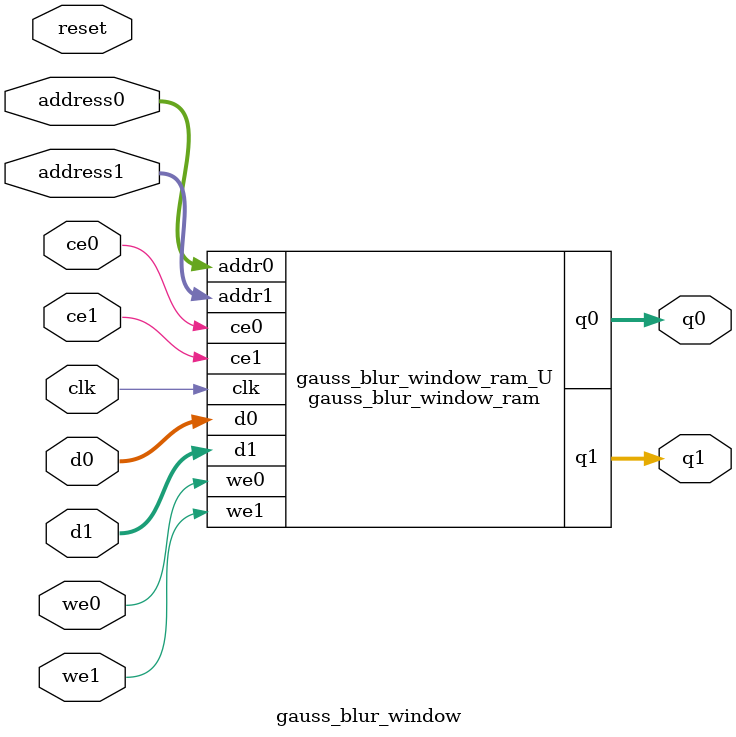
<source format=v>
`timescale 1 ns / 1 ps
module gauss_blur_window_ram (addr0, ce0, d0, we0, q0, addr1, ce1, d1, we1, q1,  clk);

parameter DWIDTH = 8;
parameter AWIDTH = 4;
parameter MEM_SIZE = 9;

input[AWIDTH-1:0] addr0;
input ce0;
input[DWIDTH-1:0] d0;
input we0;
output reg[DWIDTH-1:0] q0;
input[AWIDTH-1:0] addr1;
input ce1;
input[DWIDTH-1:0] d1;
input we1;
output reg[DWIDTH-1:0] q1;
input clk;

(* ram_style = "block" *)reg [DWIDTH-1:0] ram[0:MEM_SIZE-1];




always @(posedge clk)  
begin 
    if (ce0) begin
        if (we0) 
            ram[addr0] <= d0; 
        q0 <= ram[addr0];
    end
end


always @(posedge clk)  
begin 
    if (ce1) begin
        if (we1) 
            ram[addr1] <= d1; 
        q1 <= ram[addr1];
    end
end


endmodule

`timescale 1 ns / 1 ps
module gauss_blur_window(
    reset,
    clk,
    address0,
    ce0,
    we0,
    d0,
    q0,
    address1,
    ce1,
    we1,
    d1,
    q1);

parameter DataWidth = 32'd8;
parameter AddressRange = 32'd9;
parameter AddressWidth = 32'd4;
input reset;
input clk;
input[AddressWidth - 1:0] address0;
input ce0;
input we0;
input[DataWidth - 1:0] d0;
output[DataWidth - 1:0] q0;
input[AddressWidth - 1:0] address1;
input ce1;
input we1;
input[DataWidth - 1:0] d1;
output[DataWidth - 1:0] q1;



gauss_blur_window_ram gauss_blur_window_ram_U(
    .clk( clk ),
    .addr0( address0 ),
    .ce0( ce0 ),
    .we0( we0 ),
    .d0( d0 ),
    .q0( q0 ),
    .addr1( address1 ),
    .ce1( ce1 ),
    .we1( we1 ),
    .d1( d1 ),
    .q1( q1 ));

endmodule


</source>
